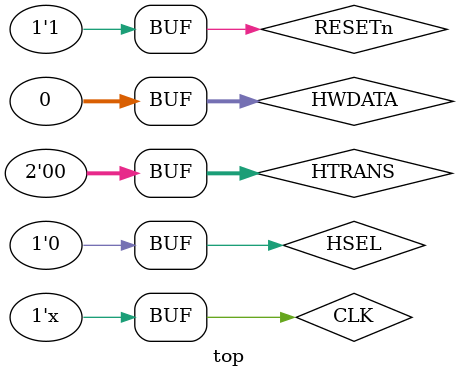
<source format=v>
`timescale 1ns/1ps

module top();
    reg 		CLK = 0;
    wire 		RESETn = 1;
    wire 		RX;
    wire 		TX;
    wire 		irq;
    // only AHB is supported
    wire [31:0]	HADDR;
    wire 		HWRITE;
    wire 		HSEL = 0;
    wire 		HREADYOUT;
    wire [1:0]	HTRANS=0;
    wire [31:0]	HWDATA = 0;
    wire [31:0]	HRDATA;
    wire 		HREADY;
    // spi interface 
    wire        sck;
    wire        ce_n;
    wire [3:0]  din;
    wire [3:0]  dout;
    wire [3:0]  douten;
    // design
    MS_QSPI_XIP_CACHE_ahbl dut(
        .HCLK(CLK), 
        .HRESETn(RESETn), 
        .HADDR(HADDR), 
        .HWRITE(HWRITE), 
        .HSEL(HSEL), 
        .HTRANS(HTRANS), 
        // .HWDATA(HWDATA), 
        .HRDATA(HRDATA), 
        .HREADY(HREADY),
        .HREADYOUT(HREADYOUT),
        .sck(sck),
        .ce_n(ce_n),
        .din(din),
        .dout(dout),
        .douten(douten)
    );
    // vip interface 
    wire [3:0] SIO = (douten==4'b1111) ? dout : 4'bzzzz;
    assign din = SIO;
    sst26wf080b vip(
        .SCK(sck),
        .CEb(ce_n),
        .SIO(SIO)
    );
    // alias mem = vip.I0.memory;
    // alias vip_reset = vip.I0.reset;

    `ifndef SKIP_WAVE_DUMP
        initial begin
            $dumpfile ({"waves.vcd"});
            $dumpvars(0, top);
        end
    `endif
    always #10 CLK = !CLK; // clk generator
endmodule
</source>
